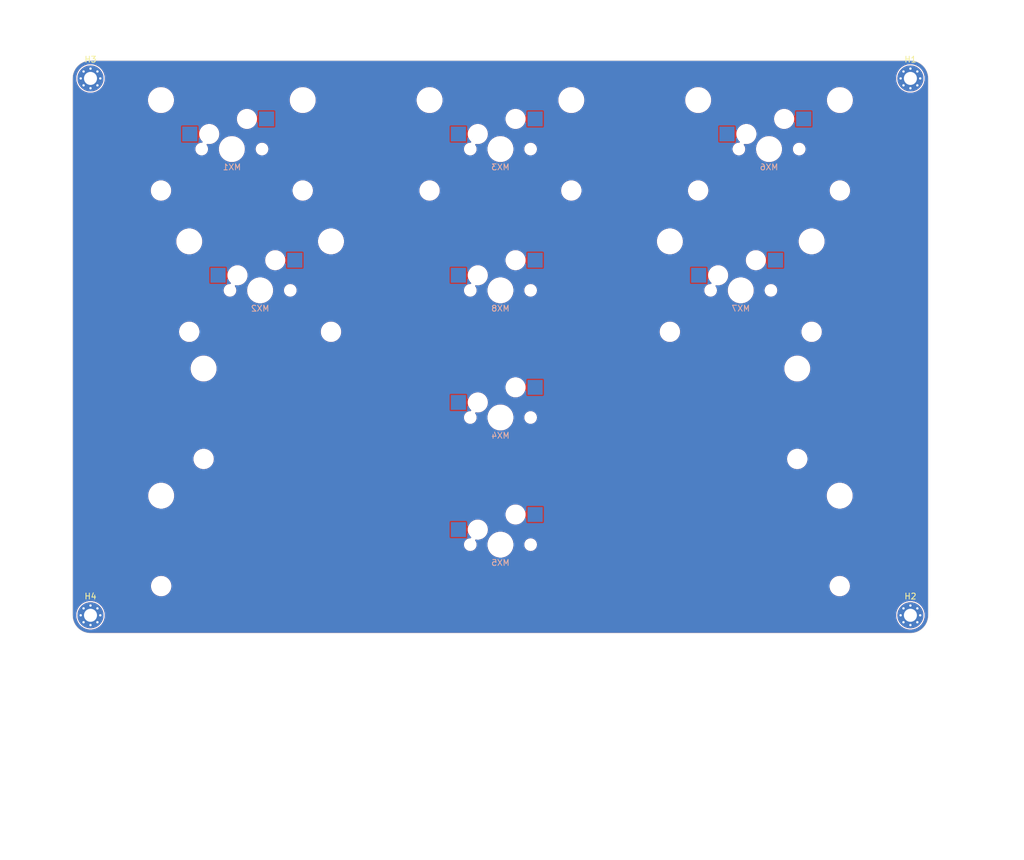
<source format=kicad_pcb>
(kicad_pcb (version 20171130) (host pcbnew "(5.1.10)-1")
  (layers (0 F.Cu signal) (31 B.Cu signal) (34 B.Paste user) (35 F.Paste user) (36 B.SilkS user) (37 F.SilkS user) (38 B.Mask user) (39 F.Mask user) (44 Edge.Cuts user))
  (net 0 "")
  (net 1 "Net-(MX1-Pad1)")
  (net 2 "Net-(MX1-Pad2)")
  (net 3 "Net-(MX2-Pad1)")
  (net 4 "Net-(MX2-Pad2)")
  (net 5 "Net-(MX3-Pad1)")
  (net 6 "Net-(MX3-Pad2)")
  (net 7 "Net-(MX4-Pad1)")
  (net 8 "Net-(MX4-Pad2)")
  (net 9 "Net-(MX5-Pad1)")
  (net 10 "Net-(MX5-Pad2)")
  (net 11 "Net-(MX6-Pad1)")
  (net 12 "Net-(MX6-Pad2)")
  (net 13 "Net-(MX7-Pad1)")
  (net 14 "Net-(MX7-Pad2)")
  (net 15 "Net-(MX8-Pad1)")
  (net 16 "Net-(MX8-Pad2)")
  (module MX_Only_v3:MXOnly-1.25U-Hotswap (layer F.Cu) (at 114.3 71.4375)
    (fp_text reference MX8)
    (fp_text value 1.25U)
    (fp_text user %R (at 0 3.048) (layer B.SilkS) (effects (justify mirror)))
    (pad 2 smd rect (at 5.842 -5.08) (size 2.55 2.5) (layers B.Cu B.Paste B.Mask) (net 16 "Net-(MX8-Pad2)"))
    (pad 1 smd rect (at -7.085 -2.54) (size 2.55 2.5) (layers B.Cu B.Paste B.Mask) (net 15 "Net-(MX8-Pad1)"))
    (pad "" np_thru_hole circle (at 5.08 0 48.0996) (size 1.75 1.75) (drill 1.75) (layers *.Cu *.Mask))
    (pad "" np_thru_hole circle (at -5.08 0 48.0996) (size 1.75 1.75) (drill 1.75) (layers *.Cu *.Mask))
    (pad "" np_thru_hole circle (at -3.81 -2.54) (size 3 3) (drill 3) (layers *.Cu *.Mask))
    (pad "" np_thru_hole circle (at 0 0) (size 3.9878 3.9878) (drill 3.9878) (layers *.Cu *.Mask))
    (pad "" np_thru_hole circle (at 2.54 -5.08) (size 3 3) (drill 3) (layers *.Cu *.Mask))
  )
  (module MX_Only_v3:MXOnly-2.75U-Hotswap-ReversedStabilizers (layer F.Cu) (at 154.78125 71.4375)
    (fp_text reference MX7)
    (fp_text value 2.75U)
    (fp_text user %R (at 0 3.048) (layer B.SilkS) (effects (justify mirror)))
    (pad "" np_thru_hole circle (at -11.938 -8.255) (size 3.9878 3.9878) (drill 3.9878) (layers *.Cu *.Mask))
    (pad "" np_thru_hole circle (at 11.938 -8.255) (size 3.9878 3.9878) (drill 3.9878) (layers *.Cu *.Mask))
    (pad "" np_thru_hole circle (at -11.938 6.985) (size 3.048 3.048) (drill 3.048) (layers *.Cu *.Mask))
    (pad "" np_thru_hole circle (at 11.938 6.985) (size 3.048 3.048) (drill 3.048) (layers *.Cu *.Mask))
    (pad 2 smd rect (at 5.842 -5.08) (size 2.55 2.5) (layers B.Cu B.Paste B.Mask) (net 14 "Net-(MX7-Pad2)"))
    (pad 1 smd rect (at -7.085 -2.54) (size 2.55 2.5) (layers B.Cu B.Paste B.Mask) (net 13 "Net-(MX7-Pad1)"))
    (pad "" np_thru_hole circle (at 5.08 0 48.0996) (size 1.75 1.75) (drill 1.75) (layers *.Cu *.Mask))
    (pad "" np_thru_hole circle (at -5.08 0 48.0996) (size 1.75 1.75) (drill 1.75) (layers *.Cu *.Mask))
    (pad "" np_thru_hole circle (at -3.81 -2.54) (size 3 3) (drill 3) (layers *.Cu *.Mask))
    (pad "" np_thru_hole circle (at 0 0) (size 3.9878 3.9878) (drill 3.9878) (layers *.Cu *.Mask))
    (pad "" np_thru_hole circle (at 2.54 -5.08) (size 3 3) (drill 3) (layers *.Cu *.Mask))
  )
  (module MX_Only_v3:MXOnly-2.25U-Hotswap-ReversedStabilizers (layer F.Cu) (at 159.54375 47.625)
    (fp_text reference MX6)
    (fp_text value 2.25U)
    (fp_text user %R (at 0 3.048) (layer B.SilkS) (effects (justify mirror)))
    (pad "" np_thru_hole circle (at -11.938 -8.255) (size 3.9878 3.9878) (drill 3.9878) (layers *.Cu *.Mask))
    (pad "" np_thru_hole circle (at 11.938 -8.255) (size 3.9878 3.9878) (drill 3.9878) (layers *.Cu *.Mask))
    (pad "" np_thru_hole circle (at -11.938 6.985) (size 3.048 3.048) (drill 3.048) (layers *.Cu *.Mask))
    (pad "" np_thru_hole circle (at 11.938 6.985) (size 3.048 3.048) (drill 3.048) (layers *.Cu *.Mask))
    (pad 2 smd rect (at 5.842 -5.08) (size 2.55 2.5) (layers B.Cu B.Paste B.Mask) (net 12 "Net-(MX6-Pad2)"))
    (pad 1 smd rect (at -7.085 -2.54) (size 2.55 2.5) (layers B.Cu B.Paste B.Mask) (net 11 "Net-(MX6-Pad1)"))
    (pad "" np_thru_hole circle (at 5.08 0 48.0996) (size 1.75 1.75) (drill 1.75) (layers *.Cu *.Mask))
    (pad "" np_thru_hole circle (at -5.08 0 48.0996) (size 1.75 1.75) (drill 1.75) (layers *.Cu *.Mask))
    (pad "" np_thru_hole circle (at -3.81 -2.54) (size 3 3) (drill 3) (layers *.Cu *.Mask))
    (pad "" np_thru_hole circle (at 0 0) (size 3.9878 3.9878) (drill 3.9878) (layers *.Cu *.Mask))
    (pad "" np_thru_hole circle (at 2.54 -5.08) (size 3 3) (drill 3) (layers *.Cu *.Mask))
  )
  (module MX_Only_v3:MXOnly-7U-Hotswap-ReversedStabilizers (layer F.Cu) (at 114.3 114.3)
    (fp_text reference MX5)
    (fp_text value 7U)
    (fp_text user %R (at 0 3.048) (layer B.SilkS) (effects (justify mirror)))
    (pad "" np_thru_hole circle (at -57.15 -8.255) (size 3.9878 3.9878) (drill 3.9878) (layers *.Cu *.Mask))
    (pad "" np_thru_hole circle (at 57.15 -8.255) (size 3.9878 3.9878) (drill 3.9878) (layers *.Cu *.Mask))
    (pad "" np_thru_hole circle (at -57.15 6.985) (size 3.048 3.048) (drill 3.048) (layers *.Cu *.Mask))
    (pad "" np_thru_hole circle (at 57.15 6.985) (size 3.048 3.048) (drill 3.048) (layers *.Cu *.Mask))
    (pad 2 smd rect (at 5.842 -5.08) (size 2.55 2.5) (layers B.Cu B.Paste B.Mask) (net 10 "Net-(MX5-Pad2)"))
    (pad 1 smd rect (at -7.085 -2.54) (size 2.55 2.5) (layers B.Cu B.Paste B.Mask) (net 9 "Net-(MX5-Pad1)"))
    (pad "" np_thru_hole circle (at 5.08 0 48.0996) (size 1.75 1.75) (drill 1.75) (layers *.Cu *.Mask))
    (pad "" np_thru_hole circle (at -5.08 0 48.0996) (size 1.75 1.75) (drill 1.75) (layers *.Cu *.Mask))
    (pad "" np_thru_hole circle (at -3.81 -2.54) (size 3 3) (drill 3) (layers *.Cu *.Mask))
    (pad "" np_thru_hole circle (at 0 0) (size 3.9878 3.9878) (drill 3.9878) (layers *.Cu *.Mask))
    (pad "" np_thru_hole circle (at 2.54 -5.08) (size 3 3) (drill 3) (layers *.Cu *.Mask))
  )
  (module MX_Only_v3:MXOnly-6.25U-Hotswap-ReversedStabilizers (layer F.Cu) (at 114.3 92.86875)
    (fp_text reference MX4)
    (fp_text value 6.25U)
    (fp_text user %R (at 0 3.048) (layer B.SilkS) (effects (justify mirror)))
    (pad "" np_thru_hole circle (at -49.9999 -8.255) (size 3.9878 3.9878) (drill 3.9878) (layers *.Cu *.Mask))
    (pad "" np_thru_hole circle (at 49.9999 -8.255) (size 3.9878 3.9878) (drill 3.9878) (layers *.Cu *.Mask))
    (pad "" np_thru_hole circle (at -49.9999 6.985) (size 3.048 3.048) (drill 3.048) (layers *.Cu *.Mask))
    (pad "" np_thru_hole circle (at 49.9999 6.985) (size 3.048 3.048) (drill 3.048) (layers *.Cu *.Mask))
    (pad 2 smd rect (at 5.842 -5.08) (size 2.55 2.5) (layers B.Cu B.Paste B.Mask) (net 8 "Net-(MX4-Pad2)"))
    (pad 1 smd rect (at -7.085 -2.54) (size 2.55 2.5) (layers B.Cu B.Paste B.Mask) (net 7 "Net-(MX4-Pad1)"))
    (pad "" np_thru_hole circle (at 5.08 0 48.0996) (size 1.75 1.75) (drill 1.75) (layers *.Cu *.Mask))
    (pad "" np_thru_hole circle (at -5.08 0 48.0996) (size 1.75 1.75) (drill 1.75) (layers *.Cu *.Mask))
    (pad "" np_thru_hole circle (at -3.81 -2.54) (size 3 3) (drill 3) (layers *.Cu *.Mask))
    (pad "" np_thru_hole circle (at 0 0) (size 3.9878 3.9878) (drill 3.9878) (layers *.Cu *.Mask))
    (pad "" np_thru_hole circle (at 2.54 -5.08) (size 3 3) (drill 3) (layers *.Cu *.Mask))
  )
  (module MX_Only_v3:MXOnly-2.25U-Hotswap-ReversedStabilizers (layer F.Cu) (at 114.3 47.625)
    (fp_text reference MX3)
    (fp_text value 2.25U)
    (fp_text user %R (at 0 3.048) (layer B.SilkS) (effects (justify mirror)))
    (pad "" np_thru_hole circle (at -11.938 -8.255) (size 3.9878 3.9878) (drill 3.9878) (layers *.Cu *.Mask))
    (pad "" np_thru_hole circle (at 11.938 -8.255) (size 3.9878 3.9878) (drill 3.9878) (layers *.Cu *.Mask))
    (pad "" np_thru_hole circle (at -11.938 6.985) (size 3.048 3.048) (drill 3.048) (layers *.Cu *.Mask))
    (pad "" np_thru_hole circle (at 11.938 6.985) (size 3.048 3.048) (drill 3.048) (layers *.Cu *.Mask))
    (pad 2 smd rect (at 5.842 -5.08) (size 2.55 2.5) (layers B.Cu B.Paste B.Mask) (net 6 "Net-(MX3-Pad2)"))
    (pad 1 smd rect (at -7.085 -2.54) (size 2.55 2.5) (layers B.Cu B.Paste B.Mask) (net 5 "Net-(MX3-Pad1)"))
    (pad "" np_thru_hole circle (at 5.08 0 48.0996) (size 1.75 1.75) (drill 1.75) (layers *.Cu *.Mask))
    (pad "" np_thru_hole circle (at -5.08 0 48.0996) (size 1.75 1.75) (drill 1.75) (layers *.Cu *.Mask))
    (pad "" np_thru_hole circle (at -3.81 -2.54) (size 3 3) (drill 3) (layers *.Cu *.Mask))
    (pad "" np_thru_hole circle (at 0 0) (size 3.9878 3.9878) (drill 3.9878) (layers *.Cu *.Mask))
    (pad "" np_thru_hole circle (at 2.54 -5.08) (size 3 3) (drill 3) (layers *.Cu *.Mask))
  )
  (module MX_Only_v3:MXOnly-2.75U-Hotswap-ReversedStabilizers (layer F.Cu) (at 73.81875 71.4375)
    (fp_text reference MX2)
    (fp_text value 2.75U)
    (fp_text user %R (at 0 3.048) (layer B.SilkS) (effects (justify mirror)))
    (pad "" np_thru_hole circle (at -11.938 -8.255) (size 3.9878 3.9878) (drill 3.9878) (layers *.Cu *.Mask))
    (pad "" np_thru_hole circle (at 11.938 -8.255) (size 3.9878 3.9878) (drill 3.9878) (layers *.Cu *.Mask))
    (pad "" np_thru_hole circle (at -11.938 6.985) (size 3.048 3.048) (drill 3.048) (layers *.Cu *.Mask))
    (pad "" np_thru_hole circle (at 11.938 6.985) (size 3.048 3.048) (drill 3.048) (layers *.Cu *.Mask))
    (pad 2 smd rect (at 5.842 -5.08) (size 2.55 2.5) (layers B.Cu B.Paste B.Mask) (net 4 "Net-(MX2-Pad2)"))
    (pad 1 smd rect (at -7.085 -2.54) (size 2.55 2.5) (layers B.Cu B.Paste B.Mask) (net 3 "Net-(MX2-Pad1)"))
    (pad "" np_thru_hole circle (at 5.08 0 48.0996) (size 1.75 1.75) (drill 1.75) (layers *.Cu *.Mask))
    (pad "" np_thru_hole circle (at -5.08 0 48.0996) (size 1.75 1.75) (drill 1.75) (layers *.Cu *.Mask))
    (pad "" np_thru_hole circle (at -3.81 -2.54) (size 3 3) (drill 3) (layers *.Cu *.Mask))
    (pad "" np_thru_hole circle (at 0 0) (size 3.9878 3.9878) (drill 3.9878) (layers *.Cu *.Mask))
    (pad "" np_thru_hole circle (at 2.54 -5.08) (size 3 3) (drill 3) (layers *.Cu *.Mask))
  )
  (module MX_Only_v3:MXOnly-2.25U-Hotswap-ReversedStabilizers (layer F.Cu) (at 69.05625 47.625)
    (fp_text reference MX1)
    (fp_text value 2.25U)
    (fp_text user %R (at 0 3.048) (layer B.SilkS) (effects (justify mirror)))
    (pad "" np_thru_hole circle (at -11.938 -8.255) (size 3.9878 3.9878) (drill 3.9878) (layers *.Cu *.Mask))
    (pad "" np_thru_hole circle (at 11.938 -8.255) (size 3.9878 3.9878) (drill 3.9878) (layers *.Cu *.Mask))
    (pad "" np_thru_hole circle (at -11.938 6.985) (size 3.048 3.048) (drill 3.048) (layers *.Cu *.Mask))
    (pad "" np_thru_hole circle (at 11.938 6.985) (size 3.048 3.048) (drill 3.048) (layers *.Cu *.Mask))
    (pad 2 smd rect (at 5.842 -5.08) (size 2.55 2.5) (layers B.Cu B.Paste B.Mask) (net 2 "Net-(MX1-Pad2)"))
    (pad 1 smd rect (at -7.085 -2.54) (size 2.55 2.5) (layers B.Cu B.Paste B.Mask) (net 1 "Net-(MX1-Pad1)"))
    (pad "" np_thru_hole circle (at 5.08 0 48.0996) (size 1.75 1.75) (drill 1.75) (layers *.Cu *.Mask))
    (pad "" np_thru_hole circle (at -5.08 0 48.0996) (size 1.75 1.75) (drill 1.75) (layers *.Cu *.Mask))
    (pad "" np_thru_hole circle (at -3.81 -2.54) (size 3 3) (drill 3) (layers *.Cu *.Mask))
    (pad "" np_thru_hole circle (at 0 0) (size 3.9878 3.9878) (drill 3.9878) (layers *.Cu *.Mask))
    (pad "" np_thru_hole circle (at 2.54 -5.08) (size 3 3) (drill 3) (layers *.Cu *.Mask))
  )
  (module CustomLogo:CreStabTest (layer B.Cu) (at 85.725 111.91875 180)
    (fp_text reference G*** hide)
    (fp_text value LOGO hide)
  )
  (module "CustomLogo:stab test logo" (layer F.Cu) (at 85.725 114.3)
    (fp_text reference G*** hide)
    (fp_text value LOGO hide)
  )
  (module MountingHole:MountingHole_2.2mm_M2_Pad_Via (layer F.Cu) (at 183.35625 35.71875)
    (fp_text reference H1 (at 0 -3.2) (layer F.SilkS))
    (fp_text value MountingHole)
    (pad 1 thru_hole circle (at 1.166726 -1.166726) (size 0.7 0.7) (drill 0.4) (layers *.Cu *.Mask))
    (pad 1 thru_hole circle (at 0 -1.65) (size 0.7 0.7) (drill 0.4) (layers *.Cu *.Mask))
    (pad 1 thru_hole circle (at -1.166726 -1.166726) (size 0.7 0.7) (drill 0.4) (layers *.Cu *.Mask))
    (pad 1 thru_hole circle (at -1.65 0) (size 0.7 0.7) (drill 0.4) (layers *.Cu *.Mask))
    (pad 1 thru_hole circle (at -1.166726 1.166726) (size 0.7 0.7) (drill 0.4) (layers *.Cu *.Mask))
    (pad 1 thru_hole circle (at 0 1.65) (size 0.7 0.7) (drill 0.4) (layers *.Cu *.Mask))
    (pad 1 thru_hole circle (at 1.166726 1.166726) (size 0.7 0.7) (drill 0.4) (layers *.Cu *.Mask))
    (pad 1 thru_hole circle (at 1.65 0) (size 0.7 0.7) (drill 0.4) (layers *.Cu *.Mask))
    (pad 1 thru_hole circle (at 0 0) (size 4.4 4.4) (drill 2.2) (layers *.Cu *.Mask))
  )
  (module MountingHole:MountingHole_2.2mm_M2_Pad_Via (layer F.Cu) (at 45.24375 126.20625)
    (fp_text reference H4 (at 0 -3.2) (layer F.SilkS))
    (fp_text value MountingHole)
    (pad 1 thru_hole circle (at 1.166726 -1.166726) (size 0.7 0.7) (drill 0.4) (layers *.Cu *.Mask))
    (pad 1 thru_hole circle (at 0 -1.65) (size 0.7 0.7) (drill 0.4) (layers *.Cu *.Mask))
    (pad 1 thru_hole circle (at -1.166726 -1.166726) (size 0.7 0.7) (drill 0.4) (layers *.Cu *.Mask))
    (pad 1 thru_hole circle (at -1.65 0) (size 0.7 0.7) (drill 0.4) (layers *.Cu *.Mask))
    (pad 1 thru_hole circle (at -1.166726 1.166726) (size 0.7 0.7) (drill 0.4) (layers *.Cu *.Mask))
    (pad 1 thru_hole circle (at 0 1.65) (size 0.7 0.7) (drill 0.4) (layers *.Cu *.Mask))
    (pad 1 thru_hole circle (at 1.166726 1.166726) (size 0.7 0.7) (drill 0.4) (layers *.Cu *.Mask))
    (pad 1 thru_hole circle (at 1.65 0) (size 0.7 0.7) (drill 0.4) (layers *.Cu *.Mask))
    (pad 1 thru_hole circle (at 0 0) (size 4.4 4.4) (drill 2.2) (layers *.Cu *.Mask))
  )
  (module MountingHole:MountingHole_2.2mm_M2_Pad_Via (layer F.Cu) (at 45.24375 35.71875)
    (fp_text reference H3 (at 0 -3.2) (layer F.SilkS))
    (fp_text value MountingHole)
    (pad 1 thru_hole circle (at 1.166726 -1.166726) (size 0.7 0.7) (drill 0.4) (layers *.Cu *.Mask))
    (pad 1 thru_hole circle (at 0 -1.65) (size 0.7 0.7) (drill 0.4) (layers *.Cu *.Mask))
    (pad 1 thru_hole circle (at -1.166726 -1.166726) (size 0.7 0.7) (drill 0.4) (layers *.Cu *.Mask))
    (pad 1 thru_hole circle (at -1.65 0) (size 0.7 0.7) (drill 0.4) (layers *.Cu *.Mask))
    (pad 1 thru_hole circle (at -1.166726 1.166726) (size 0.7 0.7) (drill 0.4) (layers *.Cu *.Mask))
    (pad 1 thru_hole circle (at 0 1.65) (size 0.7 0.7) (drill 0.4) (layers *.Cu *.Mask))
    (pad 1 thru_hole circle (at 1.166726 1.166726) (size 0.7 0.7) (drill 0.4) (layers *.Cu *.Mask))
    (pad 1 thru_hole circle (at 1.65 0) (size 0.7 0.7) (drill 0.4) (layers *.Cu *.Mask))
    (pad 1 thru_hole circle (at 0 0) (size 4.4 4.4) (drill 2.2) (layers *.Cu *.Mask))
  )
  (module MountingHole:MountingHole_2.2mm_M2_Pad_Via (layer F.Cu) (at 183.35625 126.20625)
    (fp_text reference H2 (at 0 -3.2) (layer F.SilkS))
    (fp_text value MountingHole)
    (pad 1 thru_hole circle (at 1.166726 -1.166726) (size 0.7 0.7) (drill 0.4) (layers *.Cu *.Mask))
    (pad 1 thru_hole circle (at 0 -1.65) (size 0.7 0.7) (drill 0.4) (layers *.Cu *.Mask))
    (pad 1 thru_hole circle (at -1.166726 -1.166726) (size 0.7 0.7) (drill 0.4) (layers *.Cu *.Mask))
    (pad 1 thru_hole circle (at -1.65 0) (size 0.7 0.7) (drill 0.4) (layers *.Cu *.Mask))
    (pad 1 thru_hole circle (at -1.166726 1.166726) (size 0.7 0.7) (drill 0.4) (layers *.Cu *.Mask))
    (pad 1 thru_hole circle (at 0 1.65) (size 0.7 0.7) (drill 0.4) (layers *.Cu *.Mask))
    (pad 1 thru_hole circle (at 1.166726 1.166726) (size 0.7 0.7) (drill 0.4) (layers *.Cu *.Mask))
    (pad 1 thru_hole circle (at 1.65 0) (size 0.7 0.7) (drill 0.4) (layers *.Cu *.Mask))
    (pad 1 thru_hole circle (at 0 0) (size 4.4 4.4) (drill 2.2) (layers *.Cu *.Mask))
  )
  (gr_line (start 42.24375 35.71875) (end 42.24375 126.20625) (layer Edge.Cuts) (width 0.05))
  (gr_line (start 186.35625 35.71875) (end 186.35625 126.20625) (layer Edge.Cuts) (width 0.05))
  (gr_line (start 183.35625 129.20625) (end 45.24375 129.20625) (layer Edge.Cuts) (width 0.05))
  (gr_line (start 45.24375 32.71875) (end 183.35625 32.71875) (layer Edge.Cuts) (width 0.05))
  (gr_arc (start 183.35625 126.20625) (end 183.35625 129.20625) (angle -90) (layer Edge.Cuts) (width 0.05))
  (gr_arc (start 45.24375 126.20625) (end 42.24375 126.20625) (angle -90) (layer Edge.Cuts) (width 0.05))
  (gr_arc (start 45.24375 35.71875) (end 45.24375 32.71875) (angle -90) (layer Edge.Cuts) (width 0.05))
  (gr_arc (start 183.35625 35.71875) (end 186.35625 35.71875) (angle -90) (layer Edge.Cuts) (width 0.05))
  (zone (net 0) (net_name "") (layer F.Cu) (connect_pads (clearance 0)) (min_thickness 0.254) (fill yes (arc_segments 32) (thermal_gap 0.508) (thermal_bridge_width 0.508))
    (polygon (pts (xy 202.5 167.5) (xy 30 167.5) (xy 30 22.5) (xy 202.5 22.5)))
  )
  (zone (net 0) (net_name "") (layer B.Cu) (connect_pads (clearance 0)) (min_thickness 0.254) (fill yes (arc_segments 32) (thermal_gap 0.508) (thermal_bridge_width 0.508))
    (polygon (pts (xy 202.5 167.5) (xy 30 167.5) (xy 30 22.5) (xy 202.5 22.5)))
  )
)
</source>
